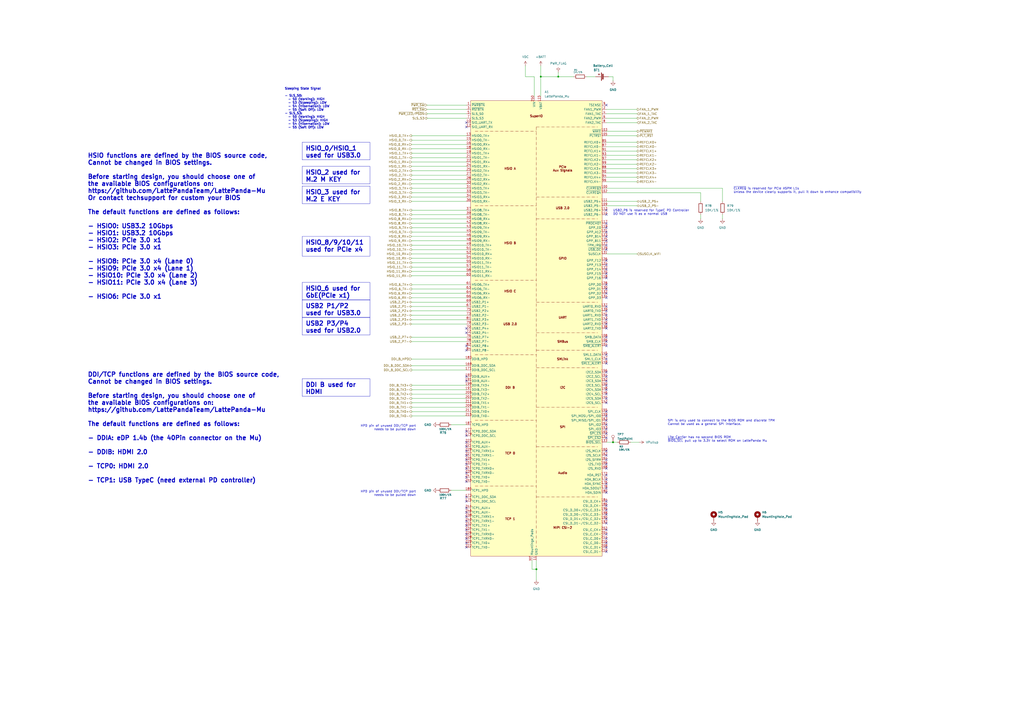
<source format=kicad_sch>
(kicad_sch (version 20231120) (generator "eeschema") (generator_version "8.0")
  (paper "A2")
  (title_block (title "NVR for LattePanda Mu") (date "2024-04-06") (rev "V1.0.0") (company "SpectreBoard") (comment 1 "20240406"))
  (lib_symbols
    (symbol "Connector:TestPoint" (pin_numbers hide) (pin_names (offset 0.762) hide)
      (property "Reference" "TP" (at 0 6.858 0))
      (property "Value" "TestPoint" (at 0 5.08 0))
      (symbol "TestPoint_0_1"
        (circle (center 0 3.302) (radius 0.762))
      )
      (symbol "TestPoint_1_1"
        (pin passive line (at 0 0 90) (length 2.54) (name "1") (number "1"))
      )
    )
    (symbol "Device:Battery_Cell" (pin_numbers hide) (pin_names (offset 0) hide)
      (property "Reference" "BT" (at 2.54 2.54 0))
      (property "Value" "Battery_Cell" (at 2.54 0 0))
      (symbol "Battery_Cell_0_1"
        (rectangle (start -2.286 1.778) (end 2.286 1.524) (fill (type outline)))
        (rectangle (start -1.524 1.016) (end 1.524 0.508) (fill (type outline)))
        (polyline (pts (xy 0 0.762) (xy 0 0)))
        (polyline (pts (xy 0 1.778) (xy 0 2.54)))
        (polyline (pts (xy 0.762 3.048) (xy 1.778 3.048)) (stroke (width 0.254)))
        (polyline (pts (xy 1.27 3.556) (xy 1.27 2.54)) (stroke (width 0.254)))
      )
      (symbol "Battery_Cell_1_1"
        (pin passive line (at 0 5.08 270) (length 2.54) (name "+") (number "1"))
        (pin passive line (at 0 -2.54 90) (length 2.54) (name "-") (number "2"))
      )
    )
    (symbol "Device:R" (pin_numbers hide) (pin_names (offset 0))
      (property "Reference" "R" (at 2.032 0 90))
      (property "Value" "R" (at 0 0 90))
      (symbol "R_0_1"
        (rectangle (start -1.016 -2.54) (end 1.016 2.54) (stroke (width 0.254)))
      )
      (symbol "R_1_1"
        (pin passive line (at 0 3.81 270) (length 1.27) (name "~") (number "1"))
        (pin passive line (at 0 -3.81 90) (length 1.27) (name "~") (number "2"))
      )
    )
    (symbol "MCU_Module_LattePanda:LattePanda_Mu"
      (property "Reference" "A" (at -38.1 133.35 0))
      (property "Value" "LattePanda_Mu" (at 38.1 133.35 0))
      (symbol "LattePanda_Mu_1_0"
        (pin passive line (at 0 -134.62 90) (length 2.54) hide (name "GND") (number "101"))
        (pin passive line (at 0 -134.62 90) (length 2.54) hide (name "GND") (number "107"))
        (pin passive line (at 0 -134.62 90) (length 2.54) hide (name "GND") (number "110"))
        (pin passive line (at 0 -134.62 90) (length 2.54) hide (name "GND") (number "113"))
        (pin passive line (at 0 -134.62 90) (length 2.54) hide (name "GND") (number "116"))
        (pin passive line (at 0 -134.62 90) (length 2.54) hide (name "GND") (number "135"))
        (pin passive line (at 0 -134.62 90) (length 2.54) hide (name "GND") (number "136"))
        (pin passive line (at 0 -134.62 90) (length 2.54) hide (name "GND") (number "14"))
        (pin passive line (at 0 -134.62 90) (length 2.54) hide (name "GND") (number "151"))
        (pin passive line (at 0 -134.62 90) (length 2.54) hide (name "GND") (number "158"))
        (pin passive line (at 0 -134.62 90) (length 2.54) hide (name "GND") (number "167"))
        (pin passive line (at 0 -134.62 90) (length 2.54) hide (name "GND") (number "17"))
        (pin passive line (at 0 -134.62 90) (length 2.54) hide (name "GND") (number "170"))
        (pin passive line (at 0 -134.62 90) (length 2.54) hide (name "GND") (number "181"))
        (pin passive line (at 0 -134.62 90) (length 2.54) hide (name "GND") (number "182"))
        (pin passive line (at 0 -134.62 90) (length 2.54) hide (name "GND") (number "188"))
        (pin passive line (at 0 -134.62 90) (length 2.54) hide (name "GND") (number "189"))
        (pin passive line (at 0 -134.62 90) (length 2.54) hide (name "GND") (number "194"))
        (pin passive line (at 0 -134.62 90) (length 2.54) hide (name "GND") (number "195"))
        (pin passive line (at 0 -134.62 90) (length 2.54) hide (name "GND") (number "20"))
        (pin passive line (at 0 -134.62 90) (length 2.54) hide (name "GND") (number "200"))
        (pin passive line (at 0 -134.62 90) (length 2.54) hide (name "GND") (number "201"))
        (pin passive line (at 0 -134.62 90) (length 2.54) hide (name "GND") (number "206"))
        (pin passive line (at 0 -134.62 90) (length 2.54) hide (name "GND") (number "207"))
        (pin passive line (at 0 -134.62 90) (length 2.54) hide (name "GND") (number "212"))
        (pin passive line (at 0 -134.62 90) (length 2.54) hide (name "GND") (number "213"))
        (pin passive line (at 0 -134.62 90) (length 2.54) hide (name "GND") (number "218"))
        (pin passive line (at 0 -134.62 90) (length 2.54) hide (name "GND") (number "219"))
        (pin passive line (at 0 -134.62 90) (length 2.54) hide (name "GND") (number "224"))
        (pin passive line (at 0 -134.62 90) (length 2.54) hide (name "GND") (number "225"))
        (pin passive line (at 0 -134.62 90) (length 2.54) hide (name "GND") (number "23"))
        (pin passive line (at 0 -134.62 90) (length 2.54) hide (name "GND") (number "230"))
        (pin passive line (at 0 -134.62 90) (length 2.54) hide (name "GND") (number "231"))
        (pin passive line (at 0 -134.62 90) (length 2.54) hide (name "GND") (number "236"))
        (pin passive line (at 0 -134.62 90) (length 2.54) hide (name "GND") (number "237"))
        (pin passive line (at 0 -134.62 90) (length 2.54) hide (name "GND") (number "242"))
        (pin passive line (at 0 -134.62 90) (length 2.54) hide (name "GND") (number "243"))
        (pin passive line (at 0 -134.62 90) (length 2.54) hide (name "GND") (number "248"))
        (pin passive line (at 0 -134.62 90) (length 2.54) hide (name "GND") (number "249"))
        (pin passive line (at 0 -134.62 90) (length 2.54) hide (name "GND") (number "26"))
        (pin passive line (at 0 -134.62 90) (length 2.54) hide (name "GND") (number "29"))
        (pin passive line (at 0 -134.62 90) (length 2.54) hide (name "GND") (number "32"))
        (pin passive line (at 0 -134.62 90) (length 2.54) hide (name "GND") (number "35"))
        (pin passive line (at 0 -134.62 90) (length 2.54) hide (name "GND") (number "38"))
        (pin passive line (at 0 -134.62 90) (length 2.54) hide (name "GND") (number "41"))
        (pin passive line (at 0 -134.62 90) (length 2.54) hide (name "GND") (number "44"))
        (pin passive line (at 0 -134.62 90) (length 2.54) hide (name "GND") (number "47"))
        (pin passive line (at 0 -134.62 90) (length 2.54) hide (name "GND") (number "50"))
        (pin passive line (at 0 -134.62 90) (length 2.54) hide (name "GND") (number "53"))
        (pin passive line (at 0 -134.62 90) (length 2.54) hide (name "GND") (number "56"))
        (pin passive line (at 0 -134.62 90) (length 2.54) hide (name "GND") (number "59"))
        (pin passive line (at 0 -134.62 90) (length 2.54) hide (name "GND") (number "62"))
        (pin passive line (at 0 -134.62 90) (length 2.54) hide (name "GND") (number "65"))
        (pin passive line (at 0 -134.62 90) (length 2.54) hide (name "GND") (number "68"))
        (pin passive line (at 0 -134.62 90) (length 2.54) hide (name "GND") (number "71"))
        (pin passive line (at 0 -134.62 90) (length 2.54) hide (name "GND") (number "74"))
        (pin passive line (at 0 -134.62 90) (length 2.54) hide (name "GND") (number "77"))
        (pin passive line (at 0 -134.62 90) (length 2.54) hide (name "GND") (number "80"))
        (pin passive line (at 0 -134.62 90) (length 2.54) hide (name "GND") (number "83"))
        (pin passive line (at 0 -134.62 90) (length 2.54) hide (name "GND") (number "86"))
        (pin passive line (at 0 -134.62 90) (length 2.54) hide (name "GND") (number "89"))
        (pin passive line (at 0 -134.62 90) (length 2.54) hide (name "GND") (number "92"))
        (pin passive line (at 0 -134.62 90) (length 2.54) hide (name "GND") (number "95"))
        (pin passive line (at 0 -134.62 90) (length 2.54) hide (name "GND") (number "98"))
      )
      (symbol "LattePanda_Mu_1_1"
        (rectangle (start -38.1 132.08) (end 38.1 -132.08) (fill (type background)))
        (polyline (pts (xy -35.56 -91.44) (xy 0 -91.44)) (stroke (width 0) (type dash_dot)))
        (polyline (pts (xy -35.56 -53.34) (xy 0 -53.34)) (stroke (width 0) (type dash_dot)))
        (polyline (pts (xy -35.56 -15.24) (xy 0 -15.24)) (stroke (width 0) (type dash_dot)))
        (polyline (pts (xy -35.56 27.94) (xy 0 27.94)) (stroke (width 0) (type dash_dot)))
        (polyline (pts (xy -35.56 71.12) (xy 0 71.12)) (stroke (width 0) (type dash_dot)))
        (polyline (pts (xy -35.56 114.3) (xy 0 114.3)) (stroke (width 0) (type dash_dot)))
        (polyline (pts (xy 0 -97.79) (xy 35.56 -97.79)) (stroke (width 0) (type dash_dot)))
        (polyline (pts (xy 0 -68.58) (xy 35.56 -68.58)) (stroke (width 0) (type dash_dot)))
        (polyline (pts (xy 0 -45.72) (xy 35.56 -45.72)) (stroke (width 0) (type dash_dot)))
        (polyline (pts (xy 0 -22.86) (xy 35.56 -22.86)) (stroke (width 0) (type dash_dot)))
        (polyline (pts (xy 0 -12.7) (xy 35.56 -12.7)) (stroke (width 0) (type dash_dot)))
        (polyline (pts (xy 0 -2.54) (xy 35.56 -2.54)) (stroke (width 0) (type dash_dot)))
        (polyline (pts (xy 0 15.24) (xy 35.56 15.24)) (stroke (width 0) (type dash_dot)))
        (polyline (pts (xy 0 63.5) (xy 35.56 63.5)) (stroke (width 0) (type dash_dot)))
        (polyline (pts (xy 0 76.2) (xy 35.56 76.2)) (stroke (width 0) (type dash_dot)))
        (polyline (pts (xy 0 116.84) (xy 0 -127)) (stroke (width 0) (type dash_dot)))
        (polyline (pts (xy 0 116.84) (xy 35.56 116.84)) (stroke (width 0) (type dash_dot)))
        (text "Audio" (at 15.24 -83.82 0) (effects (font (size 1.27 1.27) (bold yes))))
        (text "DDI B" (at -15.24 -34.29 0) (effects (font (size 1.27 1.27) (bold yes))))
        (text "GPIO" (at 15.24 40.64 0) (effects (font (size 1.27 1.27) (bold yes))))
        (text "HSIO A" (at -15.24 92.71 0) (effects (font (size 1.27 1.27) (bold yes))))
        (text "HSIO B" (at -15.24 49.53 0) (effects (font (size 1.27 1.27) (bold yes))))
        (text "HSIO C" (at -15.24 21.59 0) (effects (font (size 1.27 1.27) (bold yes))))
        (text "I2C" (at 15.24 -34.29 0) (effects (font (size 1.27 1.27) (bold yes))))
        (text "MIPI CSI-2" (at 15.24 -115.57 0) (effects (font (size 1.27 1.27) (bold yes))))
        (text "PCIe\nAux Signals" (at 15.24 92.71 0) (effects (font (size 1.27 1.27) (bold yes))))
        (text "SMBus" (at 15.24 -7.62 0) (effects (font (size 1.27 1.27) (bold yes))))
        (text "SMLink" (at 15.24 -17.78 0) (effects (font (size 1.27 1.27) (bold yes))))
        (text "SPI" (at 15.24 -57.15 0) (effects (font (size 1.27 1.27) (bold yes))))
        (text "SuperIO" (at 0 123.19 0) (effects (font (size 1.27 1.27) (bold yes))))
        (text "TCP 0" (at -15.24 -72.39 0) (effects (font (size 1.27 1.27) (bold yes))))
        (text "TCP 1" (at -15.24 -110.49 0) (effects (font (size 1.27 1.27) (bold yes))))
        (text "UART" (at 15.24 6.35 0) (effects (font (size 1.27 1.27) (bold yes))))
        (text "USB 2.0" (at -15.24 2.54 0) (effects (font (size 1.27 1.27) (bold yes))))
        (text "USB 2.0" (at 15.24 69.85 0) (effects (font (size 1.27 1.27) (bold yes))))
        (pin input line (at -40.64 129.54 0) (length 2.54) (name "~{PWRBTN}") (number "1"))
        (pin output line (at -40.64 119.38 0) (length 2.54) (name "SIO_UART_TX") (number "10"))
        (pin bidirectional line (at 40.64 81.28 180) (length 2.54) (name "~{CLKREQ3}") (number "100"))
        (pin bidirectional line (at 40.64 78.74 180) (length 2.54) (name "~{CLKREQ4}") (number "102"))
        (pin input line (at 40.64 114.3 180) (length 2.54) (name "~{WAKE}") (number "103"))
        (pin input line (at 40.64 -10.16 180) (length 2.54) (name "~{SMB_ALERT}") (number "104"))
        (pin output line (at 40.64 111.76 180) (length 2.54) (name "~{PLTRST}") (number "105"))
        (pin output line (at 40.64 -7.62 180) (length 2.54) (name "SMB_CLK") (number "106"))
        (pin bidirectional line (at 40.64 -5.08 180) (length 2.54) (name "SMB_DATA") (number "108"))
        (pin bidirectional line (at 40.64 71.12 180) (length 2.54) (name "USB2_P5-") (number "109"))
        (pin power_in line (at 0 -134.62 90) (length 2.54) (name "GND") (number "11"))
        (pin bidirectional line (at 40.64 73.66 180) (length 2.54) (name "USB2_P5+") (number "111"))
        (pin bidirectional line (at 40.64 68.58 180) (length 2.54) (name "USB2_P6+") (number "112"))
        (pin bidirectional line (at 40.64 66.04 180) (length 2.54) (name "USB2_P6-") (number "114"))
        (pin power_in line (at 2.54 134.62 270) (length 2.54) (name "VBAT") (number "115"))
        (pin bidirectional line (at 40.64 60.96 180) (length 2.54) (name "~{PROCHOT}") (number "117"))
        (pin bidirectional line (at 40.64 29.21 180) (length 2.54) (name "GPP_F16") (number "118"))
        (pin bidirectional line (at 40.64 58.42 180) (length 2.54) (name "GPP_E0") (number "119"))
        (pin input line (at -40.64 116.84 0) (length 2.54) (name "SIO_UART_RX") (number "12"))
        (pin bidirectional line (at 40.64 31.75 180) (length 2.54) (name "GPP_F15") (number "120"))
        (pin bidirectional line (at 40.64 55.88 180) (length 2.54) (name "GPP_A12") (number "121"))
        (pin bidirectional line (at 40.64 34.29 180) (length 2.54) (name "GPP_F14") (number "122"))
        (pin bidirectional line (at 40.64 53.34 180) (length 2.54) (name "GPP_B14") (number "123"))
        (pin bidirectional line (at 40.64 36.83 180) (length 2.54) (name "GPP_F13") (number "124"))
        (pin bidirectional line (at 40.64 50.8 180) (length 2.54) (name "GPP_B11") (number "125"))
        (pin bidirectional line (at 40.64 39.37 180) (length 2.54) (name "GPP_F12") (number "126"))
        (pin input line (at 40.64 48.26 180) (length 2.54) (name "TPM_IRQ") (number "127"))
        (pin bidirectional line (at 40.64 25.4 180) (length 2.54) (name "GPP_D0") (number "128"))
        (pin input line (at 40.64 45.72 180) (length 2.54) (name "~{USB_OC}") (number "129"))
        (pin output line (at -40.64 111.76 0) (length 2.54) (name "HSIO0_TX+") (number "13"))
        (pin bidirectional line (at 40.64 22.86 180) (length 2.54) (name "GPP_D1") (number "130"))
        (pin output line (at 40.64 43.18 180) (length 2.54) (name "SUSCLK") (number "131"))
        (pin bidirectional line (at 40.64 20.32 180) (length 2.54) (name "GPP_D2") (number "132"))
        (pin input line (at 40.64 -66.04 180) (length 2.54) (name "~{BIOS_SEL}") (number "133"))
        (pin bidirectional line (at 40.64 17.78 180) (length 2.54) (name "GPP_D3") (number "134"))
        (pin input line (at 40.64 12.7 180) (length 2.54) (name "UART0_RXD") (number "137"))
        (pin output line (at 40.64 0 180) (length 2.54) (name "UART2_TXD") (number "138"))
        (pin output line (at 40.64 10.16 180) (length 2.54) (name "UART0_TXD") (number "139"))
        (pin input line (at 40.64 2.54 180) (length 2.54) (name "UART2_RXD") (number "140"))
        (pin input line (at 40.64 7.62 180) (length 2.54) (name "UART1_RXD") (number "141"))
        (pin output line (at 40.64 -43.18 180) (length 2.54) (name "I2C5_SCL") (number "142"))
        (pin output line (at 40.64 5.08 180) (length 2.54) (name "UART1_TXD") (number "143"))
        (pin bidirectional line (at 40.64 -40.64 180) (length 2.54) (name "I2C5_SDA") (number "144"))
        (pin bidirectional line (at 40.64 -15.24 180) (length 2.54) (name "SML1_DATA") (number "145"))
        (pin output line (at 40.64 -38.1 180) (length 2.54) (name "I2C4_SCL") (number "146"))
        (pin output line (at 40.64 -17.78 180) (length 2.54) (name "SML1_CLK") (number "147"))
        (pin bidirectional line (at 40.64 -35.56 180) (length 2.54) (name "I2C4_SDA") (number "148"))
        (pin input line (at 40.64 -20.32 180) (length 2.54) (name "~{SML1_ALERT}") (number "149"))
        (pin output line (at -40.64 109.22 0) (length 2.54) (name "HSIO0_TX-") (number "15"))
        (pin output line (at 40.64 -33.02 180) (length 2.54) (name "I2C3_SCL") (number "150"))
        (pin bidirectional line (at 40.64 -30.48 180) (length 2.54) (name "I2C3_SDA") (number "152"))
        (pin bidirectional line (at 40.64 -58.42 180) (length 2.54) (name "SPI_IO3") (number "153"))
        (pin output line (at 40.64 -27.94 180) (length 2.54) (name "I2C2_SCL") (number "154"))
        (pin output line (at 40.64 -48.26 180) (length 2.54) (name "SPI_CLK") (number "155"))
        (pin bidirectional line (at 40.64 -25.4 180) (length 2.54) (name "I2C2_SDA") (number "156"))
        (pin output line (at 40.64 -63.5 180) (length 2.54) (name "~{SPI_CS2}") (number "157"))
        (pin bidirectional line (at 40.64 -50.8 180) (length 2.54) (name "SPI_MOSI/SPI_IO0") (number "159"))
        (pin input line (at -40.64 106.68 0) (length 2.54) (name "HSIO0_RX+") (number "16"))
        (pin output line (at 40.64 -71.12 180) (length 2.54) (name "I2S_MCLK") (number "160"))
        (pin bidirectional line (at 40.64 -55.88 180) (length 2.54) (name "SPI_IO2") (number "161"))
        (pin output line (at 40.64 -73.66 180) (length 2.54) (name "I2S_SCLK") (number "162"))
        (pin bidirectional line (at 40.64 -53.34 180) (length 2.54) (name "SPI_MISO/SPI_IO1") (number "163"))
        (pin output line (at 40.64 -76.2 180) (length 2.54) (name "I2S_SFRM") (number "164"))
        (pin bidirectional line (at 40.64 -60.96 180) (length 2.54) (name "~{SPI_CS}") (number "165"))
        (pin output line (at 40.64 -78.74 180) (length 2.54) (name "I2S_TXD") (number "166"))
        (pin input line (at 40.64 -81.28 180) (length 2.54) (name "I2S_RXD") (number "168"))
        (pin bidirectional line (at -40.64 -21.59 0) (length 2.54) (name "DDIB_DDC_SDA") (number "169"))
        (pin bidirectional line (at -40.64 -24.13 0) (length 2.54) (name "DDIB_DDC_SCL") (number "171"))
        (pin output line (at 40.64 -85.09 180) (length 2.54) (name "HDA_RST") (number "172"))
        (pin bidirectional line (at -40.64 -97.79 0) (length 2.54) (name "TCP1_DDC_SDA") (number "173"))
        (pin output line (at 40.64 -87.63 180) (length 2.54) (name "HDA_BCLK") (number "174"))
        (pin bidirectional line (at -40.64 -100.33 0) (length 2.54) (name "TCP1_DDC_SCL") (number "175"))
        (pin output line (at 40.64 -90.17 180) (length 2.54) (name "HDA_SYNC") (number "176"))
        (pin bidirectional line (at -40.64 -59.69 0) (length 2.54) (name "TCP0_DDC_SDA") (number "177"))
        (pin output line (at 40.64 -92.71 180) (length 2.54) (name "HDA_SDOUT") (number "178"))
        (pin bidirectional line (at -40.64 -62.23 0) (length 2.54) (name "TCP0_DDC_SCL") (number "179"))
        (pin input line (at -40.64 104.14 0) (length 2.54) (name "HSIO0_RX-") (number "18"))
        (pin input line (at 40.64 -95.25 180) (length 2.54) (name "HDA_SDIN") (number "180"))
        (pin input line (at -40.64 -17.78 0) (length 2.54) (name "DDIB_HPD") (number "183"))
        (pin input line (at 40.64 -100.33 180) (length 2.54) (name "CSI_D_CK+") (number "184"))
        (pin input line (at -40.64 -93.98 0) (length 2.54) (name "TCP1_HPD") (number "185"))
        (pin input line (at 40.64 -102.87 180) (length 2.54) (name "CSI_D_CK-") (number "186"))
        (pin input line (at -40.64 -55.88 0) (length 2.54) (name "TCP0_HPD") (number "187"))
        (pin output line (at -40.64 101.6 0) (length 2.54) (name "HSIO1_TX+") (number "19"))
        (pin input line (at 40.64 -110.49 180) (length 2.54) (name "CSI_D_D1+/CSI_C_D2+") (number "190"))
        (pin bidirectional line (at -40.64 -30.48 0) (length 2.54) (name "DDIB_AUX-") (number "191"))
        (pin input line (at 40.64 -113.03 180) (length 2.54) (name "CSI_D_D1-/CSI_C_D2-") (number "192"))
        (pin bidirectional line (at -40.64 -27.94 0) (length 2.54) (name "DDIB_AUX+") (number "193"))
        (pin input line (at 40.64 -105.41 180) (length 2.54) (name "CSI_D_D0+/CSI_C_D3+") (number "196"))
        (pin output line (at -40.64 -35.56 0) (length 2.54) (name "DDIB_TX3-") (number "197"))
        (pin input line (at 40.64 -107.95 180) (length 2.54) (name "CSI_D_D0-/CSI_C_D3-") (number "198"))
        (pin output line (at -40.64 -33.02 0) (length 2.54) (name "DDIB_TX3+") (number "199"))
        (pin output line (at 40.64 127 180) (length 2.54) (name "FAN1_PWM") (number "2"))
        (pin input line (at 40.64 -116.84 180) (length 2.54) (name "CSI_C_CK+") (number "202"))
        (pin output line (at -40.64 -40.64 0) (length 2.54) (name "DDIB_TX2-") (number "203"))
        (pin input line (at 40.64 -119.38 180) (length 2.54) (name "CSI_C_CK-") (number "204"))
        (pin output line (at -40.64 -38.1 0) (length 2.54) (name "DDIB_TX2+") (number "205"))
        (pin input line (at 40.64 -127 180) (length 2.54) (name "CSI_C_D1+") (number "208"))
        (pin output line (at -40.64 -45.72 0) (length 2.54) (name "DDIB_TX1-") (number "209"))
        (pin output line (at -40.64 99.06 0) (length 2.54) (name "HSIO1_TX-") (number "21"))
        (pin input line (at 40.64 -129.54 180) (length 2.54) (name "CSI_C_D1-") (number "210"))
        (pin output line (at -40.64 -43.18 0) (length 2.54) (name "DDIB_TX1+") (number "211"))
        (pin input line (at 40.64 -121.92 180) (length 2.54) (name "CSI_C_D0+") (number "214"))
        (pin output line (at -40.64 -50.8 0) (length 2.54) (name "DDIB_TX0-") (number "215"))
        (pin input line (at 40.64 -124.46 180) (length 2.54) (name "CSI_C_D0-") (number "216"))
        (pin output line (at -40.64 -48.26 0) (length 2.54) (name "DDIB_TX0+") (number "217"))
        (pin input line (at -40.64 96.52 0) (length 2.54) (name "HSIO1_RX+") (number "22"))
        (pin output line (at -40.64 -124.46 0) (length 2.54) (name "TCP1_TX0+") (number "220"))
        (pin bidirectional line (at -40.64 -68.58 0) (length 2.54) (name "TCP0_AUX-") (number "221"))
        (pin output line (at -40.64 -127 0) (length 2.54) (name "TCP1_TX0-") (number "222"))
        (pin bidirectional line (at -40.64 -66.04 0) (length 2.54) (name "TCP0_AUX+") (number "223"))
        (pin bidirectional line (at -40.64 -119.38 0) (length 2.54) (name "TCP1_TXRX0+") (number "226"))
        (pin bidirectional line (at -40.64 -73.66 0) (length 2.54) (name "TCP0_TXRX1-") (number "227"))
        (pin bidirectional line (at -40.64 -121.92 0) (length 2.54) (name "TCP1_TXRX0-") (number "228"))
        (pin bidirectional line (at -40.64 -71.12 0) (length 2.54) (name "TCP0_TXRX1+") (number "229"))
        (pin output line (at -40.64 -114.3 0) (length 2.54) (name "TCP1_TX1+") (number "232"))
        (pin output line (at -40.64 -78.74 0) (length 2.54) (name "TCP0_TX1-") (number "233"))
        (pin output line (at -40.64 -116.84 0) (length 2.54) (name "TCP1_TX1-") (number "234"))
        (pin output line (at -40.64 -76.2 0) (length 2.54) (name "TCP0_TX1+") (number "235"))
        (pin bidirectional line (at -40.64 -109.22 0) (length 2.54) (name "TCP1_TXRX1+") (number "238"))
        (pin bidirectional line (at -40.64 -83.82 0) (length 2.54) (name "TCP0_TXRX0-") (number "239"))
        (pin input line (at -40.64 93.98 0) (length 2.54) (name "HSIO1_RX-") (number "24"))
        (pin bidirectional line (at -40.64 -111.76 0) (length 2.54) (name "TCP1_TXRX1-") (number "240"))
        (pin bidirectional line (at -40.64 -81.28 0) (length 2.54) (name "TCP0_TXRX0+") (number "241"))
        (pin bidirectional line (at -40.64 -104.14 0) (length 2.54) (name "TCP1_AUX+") (number "244"))
        (pin output line (at -40.64 -88.9 0) (length 2.54) (name "TCP0_TX0-") (number "245"))
        (pin bidirectional line (at -40.64 -106.68 0) (length 2.54) (name "TCP1_AUX-") (number "246"))
        (pin output line (at -40.64 -86.36 0) (length 2.54) (name "TCP0_TX0+") (number "247"))
        (pin output line (at -40.64 91.44 0) (length 2.54) (name "HSIO2_TX+") (number "25"))
        (pin power_in line (at -1.27 134.62 270) (length 2.54) (name "VIN") (number "250"))
        (pin passive line (at -1.27 134.62 270) (length 2.54) hide (name "VIN") (number "251"))
        (pin passive line (at -1.27 134.62 270) (length 2.54) hide (name "VIN") (number "252"))
        (pin passive line (at -1.27 134.62 270) (length 2.54) hide (name "VIN") (number "253"))
        (pin passive line (at -1.27 134.62 270) (length 2.54) hide (name "VIN") (number "254"))
        (pin passive line (at -1.27 134.62 270) (length 2.54) hide (name "VIN") (number "255"))
        (pin passive line (at -1.27 134.62 270) (length 2.54) hide (name "VIN") (number "256"))
        (pin passive line (at -1.27 134.62 270) (length 2.54) hide (name "VIN") (number "257"))
        (pin passive line (at -1.27 134.62 270) (length 2.54) hide (name "VIN") (number "258"))
        (pin passive line (at -1.27 134.62 270) (length 2.54) hide (name "VIN") (number "259"))
        (pin passive line (at -1.27 134.62 270) (length 2.54) hide (name "VIN") (number "260"))
        (pin output line (at -40.64 88.9 0) (length 2.54) (name "HSIO2_TX-") (number "27"))
        (pin input line (at -40.64 86.36 0) (length 2.54) (name "HSIO2_RX+") (number "28"))
        (pin input line (at -40.64 127 0) (length 2.54) (name "~{RSTBTN}") (number "3"))
        (pin input line (at -40.64 83.82 0) (length 2.54) (name "HSIO2_RX-") (number "30"))
        (pin output line (at -40.64 81.28 0) (length 2.54) (name "HSIO3_TX+") (number "31"))
        (pin output line (at -40.64 78.74 0) (length 2.54) (name "HSIO3_TX-") (number "33"))
        (pin input line (at -40.64 76.2 0) (length 2.54) (name "HSIO3_RX+") (number "34"))
        (pin input line (at -40.64 73.66 0) (length 2.54) (name "HSIO3_RX-") (number "36"))
        (pin output line (at -40.64 68.58 0) (length 2.54) (name "HSIO8_TX+") (number "37"))
        (pin output line (at -40.64 66.04 0) (length 2.54) (name "HSIO8_TX-") (number "39"))
        (pin input line (at 40.64 124.46 180) (length 2.54) (name "FAN1_TAC") (number "4"))
        (pin input line (at -40.64 63.5 0) (length 2.54) (name "HSIO8_RX+") (number "40"))
        (pin input line (at -40.64 60.96 0) (length 2.54) (name "HSIO8_RX-") (number "42"))
        (pin output line (at -40.64 58.42 0) (length 2.54) (name "HSIO9_TX+") (number "43"))
        (pin output line (at -40.64 55.88 0) (length 2.54) (name "HSIO9_TX-") (number "45"))
        (pin input line (at -40.64 53.34 0) (length 2.54) (name "HSIO9_RX+") (number "46"))
        (pin input line (at -40.64 50.8 0) (length 2.54) (name "HSIO9_RX-") (number "48"))
        (pin output line (at -40.64 48.26 0) (length 2.54) (name "HSIO10_TX+") (number "49"))
        (pin output line (at -40.64 124.46 0) (length 2.54) (name "SLS_S0") (number "5"))
        (pin output line (at -40.64 45.72 0) (length 2.54) (name "HSIO10_TX-") (number "51"))
        (pin input line (at -40.64 43.18 0) (length 2.54) (name "HSIO10_RX+") (number "52"))
        (pin input line (at -40.64 40.64 0) (length 2.54) (name "HSIO10_RX-") (number "54"))
        (pin output line (at -40.64 38.1 0) (length 2.54) (name "HSIO11_TX+") (number "55"))
        (pin output line (at -40.64 35.56 0) (length 2.54) (name "HSIO11_TX-") (number "57"))
        (pin input line (at -40.64 33.02 0) (length 2.54) (name "HSIO11_RX+") (number "58"))
        (pin output line (at 40.64 121.92 180) (length 2.54) (name "FAN2_PWM") (number "6"))
        (pin input line (at -40.64 30.48 0) (length 2.54) (name "HSIO11_RX-") (number "60"))
        (pin output line (at -40.64 25.4 0) (length 2.54) (name "HSIO6_TX+") (number "61"))
        (pin output line (at -40.64 22.86 0) (length 2.54) (name "HSIO6_TX-") (number "63"))
        (pin input line (at -40.64 20.32 0) (length 2.54) (name "HSIO6_RX+") (number "64"))
        (pin input line (at -40.64 17.78 0) (length 2.54) (name "HSIO6_RX-") (number "66"))
        (pin bidirectional line (at -40.64 12.7 0) (length 2.54) (name "USB2_P1-") (number "67"))
        (pin bidirectional line (at -40.64 15.24 0) (length 2.54) (name "USB2_P1+") (number "69"))
        (pin output line (at -40.64 121.92 0) (length 2.54) (name "SLS_S3") (number "7"))
        (pin bidirectional line (at -40.64 0 0) (length 2.54) (name "USB2_P4+") (number "70"))
        (pin bidirectional line (at -40.64 -2.54 0) (length 2.54) (name "USB2_P4-") (number "72"))
        (pin bidirectional line (at -40.64 7.62 0) (length 2.54) (name "USB2_P2-") (number "73"))
        (pin bidirectional line (at -40.64 10.16 0) (length 2.54) (name "USB2_P2+") (number "75"))
        (pin bidirectional line (at -40.64 -5.08 0) (length 2.54) (name "USB2_P7+") (number "76"))
        (pin bidirectional line (at -40.64 -7.62 0) (length 2.54) (name "USB2_P7-") (number "78"))
        (pin bidirectional line (at -40.64 2.54 0) (length 2.54) (name "USB2_P3-") (number "79"))
        (pin input line (at 40.64 119.38 180) (length 2.54) (name "FAN2_TAC") (number "8"))
        (pin bidirectional line (at -40.64 5.08 0) (length 2.54) (name "USB2_P3+") (number "81"))
        (pin bidirectional line (at -40.64 -10.16 0) (length 2.54) (name "USB2_P8+") (number "82"))
        (pin bidirectional line (at -40.64 -12.7 0) (length 2.54) (name "USB2_P8-") (number "84"))
        (pin output line (at 40.64 107.95 180) (length 2.54) (name "REFCLK0+") (number "85"))
        (pin output line (at 40.64 105.41 180) (length 2.54) (name "REFCLK0-") (number "87"))
        (pin output line (at 40.64 92.71 180) (length 2.54) (name "REFCLK3+") (number "88"))
        (pin input line (at 40.64 129.54 180) (length 2.54) (name "TSENSE") (number "9"))
        (pin output line (at 40.64 90.17 180) (length 2.54) (name "REFCLK3-") (number "90"))
        (pin output line (at 40.64 102.87 180) (length 2.54) (name "REFCLK1+") (number "91"))
        (pin output line (at 40.64 100.33 180) (length 2.54) (name "REFCLK1-") (number "93"))
        (pin output line (at 40.64 87.63 180) (length 2.54) (name "REFCLK4+") (number "94"))
        (pin output line (at 40.64 85.09 180) (length 2.54) (name "REFCLK4-") (number "96"))
        (pin output line (at 40.64 97.79 180) (length 2.54) (name "REFCLK2+") (number "97"))
        (pin output line (at 40.64 95.25 180) (length 2.54) (name "REFCLK2-") (number "99"))
        (pin passive line (at -2.54 -134.62 90) (length 2.54) (name "Mountinge_Pads") (number "MP"))
      )
    )
    (symbol "Mechanical:MountingHole_Pad" (pin_numbers hide) (pin_names (offset 1.016) hide) (exclude_from_sim yes) (in_bom no)
      (property "Reference" "H" (at 0 6.35 0))
      (property "Value" "MountingHole_Pad" (at 0 4.445 0))
      (symbol "MountingHole_Pad_0_1"
        (circle (center 0 1.27) (radius 1.27) (stroke (width 1.27)))
      )
      (symbol "MountingHole_Pad_1_1"
        (pin input line (at 0 -2.54 90) (length 2.54) (name "1") (number "1"))
      )
    )
    (symbol "power:+3V3" (power) (pin_numbers hide) (pin_names (offset 0) hide)
      (property "Value" "+3V3" (at 0 3.556 0))
      (symbol "+3V3_0_1"
        (polyline (pts (xy -0.762 1.27) (xy 0 2.54)))
        (polyline (pts (xy 0 0) (xy 0 2.54)))
        (polyline (pts (xy 0 2.54) (xy 0.762 1.27)))
      )
      (symbol "+3V3_1_1"
        (pin power_in line (at 0 0 90) (length 0) (name "~") (number "1"))
      )
    )
    (symbol "power:+BATT" (power) (pin_numbers hide) (pin_names (offset 0) hide)
      (property "Value" "+BATT" (at 0 3.556 0))
      (symbol "+BATT_0_1"
        (polyline (pts (xy -0.762 1.27) (xy 0 2.54)))
        (polyline (pts (xy 0 0) (xy 0 2.54)))
        (polyline (pts (xy 0 2.54) (xy 0.762 1.27)))
      )
      (symbol "+BATT_1_1"
        (pin power_in line (at 0 0 90) (length 0) (name "~") (number "1"))
      )
    )
    (symbol "power:GND" (power) (pin_numbers hide) (pin_names (offset 0) hide)
      (property "Value" "GND" (at 0 -3.81 0))
      (symbol "GND_0_1"
        (polyline (pts (xy 0 0) (xy 0 -1.27) (xy 1.27 -1.27) (xy 0 -2.54) (xy -1.27 -1.27) (xy 0 -1.27)))
      )
      (symbol "GND_1_1"
        (pin power_in line (at 0 0 270) (length 0) (name "~") (number "1"))
      )
    )
    (symbol "power:PWR_FLAG" (power) (pin_numbers hide) (pin_names (offset 0) hide)
      (property "Value" "PWR_FLAG" (at 0 3.81 0))
      (symbol "PWR_FLAG_0_0"
        (pin power_out line (at 0 0 90) (length 0) (name "~") (number "1"))
      )
      (symbol "PWR_FLAG_0_1"
        (polyline (pts (xy 0 0) (xy 0 1.27) (xy -1.016 1.905) (xy 0 2.54) (xy 1.016 1.905) (xy 0 1.27)))
      )
    )
    (symbol "power:VDC" (power) (pin_numbers hide) (pin_names (offset 0) hide)
      (property "Value" "VDC" (at 0 3.556 0))
      (symbol "VDC_0_1"
        (polyline (pts (xy -0.762 1.27) (xy 0 2.54)))
        (polyline (pts (xy 0 0) (xy 0 2.54)))
        (polyline (pts (xy 0 2.54) (xy 0.762 1.27)))
      )
      (symbol "VDC_1_1"
        (pin power_in line (at 0 0 90) (length 0) (name "~") (number "1"))
      )
    )
  )
  (junction (at 355.6 256.54))
  (junction (at 323.85 44.45))
  (junction (at 311.15 330.2))
  (junction (at 313.69 44.45))
  (no_connect (at 270.51 307.34))
  (no_connect (at 351.79 278.13))
  (no_connect (at 351.79 293.37))
  (no_connect (at 351.79 275.59))
  (no_connect (at 351.79 129.54))
  (no_connect (at 351.79 132.08))
  (no_connect (at 351.79 208.28))
  (no_connect (at 270.51 220.98))
  (no_connect (at 351.79 161.29))
  (no_connect (at 351.79 285.75))
  (no_connect (at 270.51 252.73))
  (no_connect (at 351.79 243.84))
  (no_connect (at 270.51 309.88))
  (no_connect (at 351.79 226.06))
  (no_connect (at 270.51 274.32))
  (no_connect (at 351.79 134.62))
  (no_connect (at 351.79 198.12))
  (no_connect (at 351.79 167.64))
  (no_connect (at 270.51 250.19))
  (no_connect (at 351.79 264.16))
  (no_connect (at 270.51 190.5))
  (no_connect (at 351.79 298.45))
  (no_connect (at 270.51 304.8))
  (no_connect (at 351.79 172.72))
  (no_connect (at 351.79 153.67))
  (no_connect (at 351.79 170.18))
  (no_connect (at 351.79 151.13))
  (no_connect (at 270.51 314.96))
  (no_connect (at 351.79 205.74))
  (no_connect (at 270.51 73.66))
  (no_connect (at 351.79 165.1))
  (no_connect (at 351.79 312.42))
  (no_connect (at 270.51 269.24))
  (no_connect (at 351.79 251.46))
  (no_connect (at 270.51 297.18))
  (no_connect (at 351.79 187.96))
  (no_connect (at 270.51 200.66))
  (no_connect (at 351.79 269.24))
  (no_connect (at 270.51 203.2))
  (no_connect (at 270.51 261.62))
  (no_connect (at 351.79 190.5))
  (no_connect (at 351.79 271.78))
  (no_connect (at 270.51 294.64))
  (no_connect (at 351.79 290.83))
  (no_connect (at 270.51 312.42))
  (no_connect (at 351.79 300.99))
  (no_connect (at 351.79 246.38))
  (no_connect (at 351.79 231.14))
  (no_connect (at 351.79 218.44))
  (no_connect (at 270.51 259.08))
  (no_connect (at 270.51 288.29))
  (no_connect (at 351.79 266.7))
  (no_connect (at 351.79 283.21))
  (no_connect (at 351.79 223.52))
  (no_connect (at 351.79 238.76))
  (no_connect (at 351.79 124.46))
  (no_connect (at 270.51 299.72))
  (no_connect (at 351.79 254))
  (no_connect (at 351.79 248.92))
  (no_connect (at 351.79 200.66))
  (no_connect (at 351.79 280.67))
  (no_connect (at 351.79 177.8))
  (no_connect (at 351.79 295.91))
  (no_connect (at 351.79 144.78))
  (no_connect (at 351.79 185.42))
  (no_connect (at 351.79 215.9))
  (no_connect (at 270.51 302.26))
  (no_connect (at 351.79 139.7))
  (no_connect (at 351.79 309.88))
  (no_connect (at 270.51 279.4))
  (no_connect (at 351.79 156.21))
  (no_connect (at 351.79 320.04))
  (no_connect (at 351.79 261.62))
  (no_connect (at 351.79 303.53))
  (no_connect (at 270.51 276.86))
  (no_connect (at 351.79 220.98))
  (no_connect (at 351.79 180.34))
  (no_connect (at 270.51 218.44))
  (no_connect (at 351.79 121.92))
  (no_connect (at 351.79 142.24))
  (no_connect (at 351.79 241.3))
  (no_connect (at 351.79 60.96))
  (no_connect (at 351.79 195.58))
  (no_connect (at 351.79 307.34))
  (no_connect (at 270.51 71.12))
  (no_connect (at 351.79 182.88))
  (no_connect (at 270.51 256.54))
  (no_connect (at 270.51 193.04))
  (no_connect (at 351.79 314.96))
  (no_connect (at 351.79 210.82))
  (no_connect (at 270.51 317.5))
  (no_connect (at 351.79 137.16))
  (no_connect (at 270.51 266.7))
  (no_connect (at 270.51 264.16))
  (no_connect (at 270.51 271.78))
  (no_connect (at 351.79 233.68))
  (no_connect (at 270.51 290.83))
  (no_connect (at 351.79 317.5))
  (no_connect (at 351.79 158.75))
  (no_connect (at 351.79 228.6))
  (wire (pts (xy 351.79 105.41) (xy 369.57 105.41)))
  (wire (pts (xy 238.76 114.3) (xy 270.51 114.3)))
  (wire (pts (xy 351.79 71.12) (xy 369.57 71.12)))
  (wire (pts (xy 238.76 172.72) (xy 270.51 172.72)))
  (wire (pts (xy 351.79 68.58) (xy 369.57 68.58)))
  (wire (pts (xy 238.76 214.63) (xy 270.51 214.63)))
  (wire (pts (xy 406.4 111.76) (xy 406.4 116.84)))
  (wire (pts (xy 353.06 44.45) (xy 355.6 44.45)))
  (wire (pts (xy 304.8 44.45) (xy 309.88 44.45)))
  (wire (pts (xy 355.6 256.54) (xy 358.14 256.54)))
  (wire (pts (xy 351.79 111.76) (xy 406.4 111.76)))
  (wire (pts (xy 238.76 116.84) (xy 270.51 116.84)))
  (wire (pts (xy 261.62 246.38) (xy 270.51 246.38)))
  (wire (pts (xy 351.79 82.55) (xy 369.57 82.55)))
  (wire (pts (xy 238.76 137.16) (xy 270.51 137.16)))
  (wire (pts (xy 351.79 87.63) (xy 369.57 87.63)))
  (wire (pts (xy 247.65 63.5) (xy 270.51 63.5)))
  (wire (pts (xy 351.79 92.71) (xy 369.57 92.71)))
  (wire (pts (xy 238.76 228.6) (xy 270.51 228.6)))
  (wire (pts (xy 238.76 165.1) (xy 270.51 165.1)))
  (wire (pts (xy 308.61 325.12) (xy 308.61 330.2)))
  (wire (pts (xy 351.79 97.79) (xy 369.57 97.79)))
  (wire (pts (xy 351.79 102.87) (xy 369.57 102.87)))
  (wire (pts (xy 311.15 325.12) (xy 311.15 330.2)))
  (wire (pts (xy 419.1 109.22) (xy 419.1 116.84)))
  (wire (pts (xy 351.79 256.54) (xy 355.6 256.54)))
  (wire (pts (xy 238.76 127) (xy 270.51 127)))
  (wire (pts (xy 351.79 100.33) (xy 369.57 100.33)))
  (wire (pts (xy 238.76 157.48) (xy 270.51 157.48)))
  (wire (pts (xy 351.79 90.17) (xy 369.57 90.17)))
  (wire (pts (xy 313.69 38.1) (xy 313.69 44.45)))
  (wire (pts (xy 238.76 96.52) (xy 270.51 96.52)))
  (wire (pts (xy 351.79 66.04) (xy 369.57 66.04)))
  (wire (pts (xy 238.76 86.36) (xy 270.51 86.36)))
  (wire (pts (xy 365.76 256.54) (xy 370.84 256.54)))
  (wire (pts (xy 238.76 139.7) (xy 270.51 139.7)))
  (wire (pts (xy 238.76 223.52) (xy 270.51 223.52)))
  (wire (pts (xy 309.88 44.45) (xy 309.88 55.88)))
  (wire (pts (xy 238.76 99.06) (xy 270.51 99.06)))
  (wire (pts (xy 238.76 88.9) (xy 270.51 88.9)))
  (wire (pts (xy 238.76 167.64) (xy 270.51 167.64)))
  (wire (pts (xy 238.76 142.24) (xy 270.51 142.24)))
  (wire (pts (xy 238.76 233.68) (xy 270.51 233.68)))
  (wire (pts (xy 238.76 231.14) (xy 270.51 231.14)))
  (wire (pts (xy 238.76 81.28) (xy 270.51 81.28)))
  (wire (pts (xy 313.69 44.45) (xy 313.69 55.88)))
  (wire (pts (xy 351.79 116.84) (xy 369.57 116.84)))
  (wire (pts (xy 238.76 147.32) (xy 270.51 147.32)))
  (wire (pts (xy 238.76 226.06) (xy 270.51 226.06)))
  (wire (pts (xy 308.61 330.2) (xy 311.15 330.2)))
  (wire (pts (xy 323.85 44.45) (xy 332.74 44.45)))
  (wire (pts (xy 238.76 152.4) (xy 270.51 152.4)))
  (wire (pts (xy 238.76 208.28) (xy 270.51 208.28)))
  (wire (pts (xy 238.76 93.98) (xy 270.51 93.98)))
  (wire (pts (xy 340.36 44.45) (xy 345.44 44.45)))
  (wire (pts (xy 355.6 44.45) (xy 355.6 46.99)))
  (wire (pts (xy 238.76 144.78) (xy 270.51 144.78)))
  (wire (pts (xy 247.65 66.04) (xy 270.51 66.04)))
  (wire (pts (xy 351.79 109.22) (xy 419.1 109.22)))
  (wire (pts (xy 238.76 241.3) (xy 270.51 241.3)))
  (wire (pts (xy 238.76 154.94) (xy 270.51 154.94)))
  (wire (pts (xy 238.76 101.6) (xy 270.51 101.6)))
  (wire (pts (xy 238.76 109.22) (xy 270.51 109.22)))
  (wire (pts (xy 238.76 78.74) (xy 270.51 78.74)))
  (wire (pts (xy 238.76 91.44) (xy 270.51 91.44)))
  (wire (pts (xy 311.15 330.2) (xy 311.15 336.55)))
  (wire (pts (xy 261.62 284.48) (xy 270.51 284.48)))
  (wire (pts (xy 238.76 177.8) (xy 270.51 177.8)))
  (wire (pts (xy 247.65 60.96) (xy 270.51 60.96)))
  (wire (pts (xy 247.65 68.58) (xy 270.51 68.58)))
  (wire (pts (xy 238.76 106.68) (xy 270.51 106.68)))
  (wire (pts (xy 238.76 129.54) (xy 270.51 129.54)))
  (wire (pts (xy 238.76 160.02) (xy 270.51 160.02)))
  (wire (pts (xy 270.51 195.58) (xy 238.76 195.58)))
  (wire (pts (xy 238.76 149.86) (xy 270.51 149.86)))
  (wire (pts (xy 351.79 119.38) (xy 369.57 119.38)))
  (wire (pts (xy 304.8 38.1) (xy 304.8 44.45)))
  (wire (pts (xy 238.76 212.09) (xy 270.51 212.09)))
  (wire (pts (xy 351.79 63.5) (xy 369.57 63.5)))
  (wire (pts (xy 270.51 198.12) (xy 238.76 198.12)))
  (wire (pts (xy 238.76 175.26) (xy 270.51 175.26)))
  (wire (pts (xy 238.76 170.18) (xy 270.51 170.18)))
  (wire (pts (xy 238.76 238.76) (xy 270.51 238.76)))
  (wire (pts (xy 351.79 147.32) (xy 369.57 147.32)))
  (wire (pts (xy 406.4 124.46) (xy 406.4 127)))
  (wire (pts (xy 238.76 121.92) (xy 270.51 121.92)))
  (wire (pts (xy 323.85 41.91) (xy 323.85 44.45)))
  (wire (pts (xy 238.76 187.96) (xy 270.51 187.96)))
  (wire (pts (xy 238.76 111.76) (xy 270.51 111.76)))
  (wire (pts (xy 238.76 185.42) (xy 270.51 185.42)))
  (wire (pts (xy 351.79 95.25) (xy 369.57 95.25)))
  (wire (pts (xy 238.76 134.62) (xy 270.51 134.62)))
  (wire (pts (xy 238.76 124.46) (xy 270.51 124.46)))
  (wire (pts (xy 351.79 76.2) (xy 369.57 76.2)))
  (wire (pts (xy 351.79 78.74) (xy 369.57 78.74)))
  (wire (pts (xy 313.69 44.45) (xy 323.85 44.45)))
  (wire (pts (xy 238.76 182.88) (xy 270.51 182.88)))
  (wire (pts (xy 419.1 124.46) (xy 419.1 127)))
  (wire (pts (xy 351.79 85.09) (xy 369.57 85.09)))
  (wire (pts (xy 238.76 104.14) (xy 270.51 104.14)))
  (wire (pts (xy 238.76 236.22) (xy 270.51 236.22)))
  (wire (pts (xy 238.76 132.08) (xy 270.51 132.08)))
  (wire (pts (xy 238.76 180.34) (xy 270.51 180.34)))
  (wire (pts (xy 238.76 83.82) (xy 270.51 83.82)))
  (text_box "HSIO_0/HSIO_1 used for USB3.0 \n" (at 175.26 82.55 0) (size 39.37 10.16) (effects (font (size 2.54 2.54) (thickness 0.508) (bold yes)) (justify left top)))
  (text_box "HSIO_2 used for M.2 M KEY\n" (at 175.26 96.52 0) (size 39.37 10.16) (effects (font (size 2.54 2.54) (thickness 0.508) (bold yes)) (justify left top)))
  (text_box "HSIO_6 used for GbE(PCIe x1)\n" (at 175.26 163.83 0) (size 39.37 10.16) (effects (font (size 2.54 2.54) (thickness 0.508) (bold yes)) (justify left top)))
  (text_box "USB2 P3/P4 used for USB2.0 \n" (at 175.26 184.15 0) (size 39.37 10.16) (effects (font (size 2.54 2.54) (thickness 0.508) (bold yes)) (justify left top)))
  (text_box "DDI B used for HDMI\n" (at 175.26 219.71 0) (size 39.37 10.16) (effects (font (size 2.54 2.54) (thickness 0.508) (bold yes)) (justify left top)))
  (text_box "HSIO_3 used for M.2 E KEY\n" (at 175.26 107.95 0) (size 39.37 10.16) (effects (font (size 2.54 2.54) (thickness 0.508) (bold yes)) (justify left top)))
  (text_box "HSIO_8/9/10/11 used for PCIe x4\n\n" (at 175.26 137.16 0) (size 39.37 11.43) (effects (font (size 2.54 2.54) (thickness 0.508) (bold yes)) (justify left top)))
  (text_box "USB2 P1/P2 used for USB3.0\n" (at 175.26 173.99 0) (size 39.37 10.16) (effects (font (size 2.54 2.54) (thickness 0.508) (bold yes)) (justify left top)))
  (text "HSIO functions are defined by the BIOS source code, \nCannot be changed in BIOS settings.\n\nBefore starting design, you should choose one of\nthe available BIOS configurations on:\nhttps://github.com/LattePandaTeam/LattePanda-Mu\nOr contact techsupport for custom your BIOS\n\nThe default functions are defined as follows:\n\n- HSIO0: USB3.2 10Gbps\n- HSIO1: USB3.2 10Gbps\n- HSIO2: PCIe 3.0 x1\n- HSIO3: PCIe 3.0 x1\n\n- HSIO8: PCIe 3.0 x4 (Lane 0)\n- HSIO9: PCIe 3.0 x4 (Lane 1)\n- HSIO10: PCIe 3.0 x4 (Lane 2)\n- HSIO11: PCIe 3.0 x4 (Lane 3)\n\n- HSIO6: PCIe 3.0 x1" (at 50.8 88.9 0) (effects (font (size 2.54 2.54) (thickness 0.508) (bold yes)) (justify left top)))
  (text "HPD pin of unused DDI/TCP port\nneeds to be pulled down" (at 241.3 246.38 0) (effects (font (size 1.27 1.27)) (justify right top)))
  (text "Lite Carrier has no second BIOS ROM\n~{BIOS_SEL} pull up to 3.3V to select ROM on LattePanda Mu" (at 387.35 256.54 0) (effects (font (size 1.27 1.27)) (justify left bottom)))
  (text "DDI/TCP functions are defined by the BIOS source code, \nCannot be changed in BIOS settings.\n\nBefore starting design, you should choose one of\nthe available BIOS configurations on:\nhttps://github.com/LattePandaTeam/LattePanda-Mu\n\nThe default functions are defined as follows:\n\n- DDIA: eDP 1.4b (the 40Pin connector on the Mu)\n\n- DDIB: HDMI 2.0\n\n- TCP0: HDMI 2.0\n\n- TCP1: USB TypeC (need external PD controller)" (at 50.8 215.9 0) (effects (font (size 2.54 2.54) (thickness 0.508) (bold yes)) (justify left top)))
  (text "Sleeping State Signal\n\n- SLS_S0: \n  - S0 (Working): HIGH\n  - S3 (Slpeeping): LOW\n  - S4 (Hibernation): LOW\n  - S5 (Soft Off): LOW\n- SLS_S3:\n  - S0 (Working): HIGH\n  - S3 (Slpeeping): HIGH\n  - S4 (Hibernation): LOW\n  - S5 (Soft Off): LOW" (at 165.1 50.8 0) (effects (font (size 1.27 1.27) (thickness 0.254) (bold yes)) (justify left top)))
  (text "USB2_P6 is reserved for TypeC PD Controller\nDO NOT use it as a normal USB" (at 355.6 123.19 0) (effects (font (size 1.27 1.27)) (justify left)))
  (text "SPI is only used to connect to the BIOS ROM and discrete TPM\nCannot be used as a general SPI interface." (at 387.35 245.11 0) (effects (font (size 1.27 1.27)) (justify left)))
  (text "~{CLKREQ} is reserved for PCIe ASPM L1s\nUnless the device clearly supports it, pull it down to enhance compatibility" (at 425.45 110.49 0) (effects (font (size 1.27 1.27)) (justify left)))
  (text "HPD pin of unused DDI/TCP port\nneeds to be pulled down" (at 241.3 284.48 0) (effects (font (size 1.27 1.27)) (justify right top)))
  (hierarchical_label "DDI_B_DDC_SCL" (shape output) (at 238.76 214.63 180))
  (hierarchical_label "FAN_1_TAC" (shape input) (at 369.57 66.04 0))
  (hierarchical_label "HSIO_9_TX-" (shape output) (at 238.76 134.62 180))
  (hierarchical_label "HSIO_11_RX+" (shape input) (at 238.76 157.48 180))
  (hierarchical_label "USB_2_P1-" (shape bidirectional) (at 238.76 177.8 180))
  (hierarchical_label "~{PEWAKE}" (shape output) (at 369.57 76.2 0))
  (hierarchical_label "USB_2_P2-" (shape bidirectional) (at 238.76 182.88 180))
  (hierarchical_label "HSIO_8_TX-" (shape output) (at 238.76 124.46 180))
  (hierarchical_label "DDI_B_HPD" (shape input) (at 238.76 208.28 180))
  (hierarchical_label "REFCLK3+" (shape output) (at 369.57 97.79 0))
  (hierarchical_label "REFCLK3-" (shape output) (at 369.57 100.33 0))
  (hierarchical_label "DDI_B_TX2-" (shape output) (at 238.76 231.14 180))
  (hierarchical_label "HSIO_11_TX-" (shape output) (at 238.76 154.94 180))
  (hierarchical_label "DDI_B_TX0+" (shape output) (at 238.76 238.76 180))
  (hierarchical_label "USB_2_P3+" (shape bidirectional) (at 238.76 185.42 180))
  (hierarchical_label "DDI_B_TX3-" (shape output) (at 238.76 226.06 180))
  (hierarchical_label "DDI_B_TX0-" (shape output) (at 238.76 241.3 180))
  (hierarchical_label "HSIO_0_RX+" (shape input) (at 238.76 83.82 180))
  (hierarchical_label "~{PWR_LED}{slash}~{PSON}" (shape output) (at 247.65 66.04 180))
  (hierarchical_label "SLS_S3" (shape output) (at 247.65 68.58 180))
  (hierarchical_label "HSIO_8_TX+" (shape output) (at 238.76 121.92 180))
  (hierarchical_label "HSIO_11_TX+" (shape output) (at 238.76 152.4 180))
  (hierarchical_label "HSIO_9_RX+" (shape input) (at 238.76 137.16 180))
  (hierarchical_label "REFCLK0+" (shape output) (at 369.57 82.55 0))
  (hierarchical_label "USB_2_P7-" (shape bidirectional) (at 238.76 198.12 180))
  (hierarchical_label "HSIO_6_RX-" (shape input) (at 238.76 172.72 180))
  (hierarchical_label "~{PWR_SW}" (shape input) (at 247.65 60.96 180))
  (hierarchical_label "FAN_2_TAC" (shape input) (at 369.57 71.12 0))
  (hierarchical_label "HSIO_0_TX+" (shape output) (at 238.76 78.74 180))
  (hierarchical_label "HSIO_3_TX+" (shape output) (at 238.76 109.22 180))
  (hierarchical_label "SUSCLK_WIFI" (shape input) (at 369.57 147.32 0))
  (hierarchical_label "HSIO_3_TX-" (shape output) (at 238.76 111.76 180))
  (hierarchical_label "HSIO_1_RX-" (shape input) (at 238.76 96.52 180))
  (hierarchical_label "REFCLK1+" (shape output) (at 369.57 87.63 0))
  (hierarchical_label "USB_2_P5+" (shape bidirectional) (at 369.57 116.84 0))
  (hierarchical_label "HSIO_6_RX+" (shape input) (at 238.76 170.18 180))
  (hierarchical_label "REFCLK4-" (shape output) (at 369.57 105.41 0))
  (hierarchical_label "REFCLK2+" (shape output) (at 369.57 92.71 0))
  (hierarchical_label "DDI_B_TX2+" (shape output) (at 238.76 228.6 180))
  (hierarchical_label "USB_2_P3-" (shape bidirectional) (at 238.76 187.96 180))
  (hierarchical_label "HSIO_2_TX+" (shape output) (at 238.76 99.06 180))
  (hierarchical_label "FAN_1_PWM" (shape output) (at 369.57 63.5 0))
  (hierarchical_label "USB_2_P2+" (shape bidirectional) (at 238.76 180.34 180))
  (hierarchical_label "HSIO_1_RX+" (shape input) (at 238.76 93.98 180))
  (hierarchical_label "HSIO_2_RX+" (shape input) (at 238.76 104.14 180))
  (hierarchical_label "DDI_B_TX1-" (shape output) (at 238.76 236.22 180))
  (hierarchical_label "HSIO_9_RX-" (shape input) (at 238.76 139.7 180))
  (hierarchical_label "HSIO_10_RX+" (shape input) (at 238.76 147.32 180))
  (hierarchical_label "HSIO_10_TX-" (shape output) (at 238.76 144.78 180))
  (hierarchical_label "USB_2_P5-" (shape bidirectional) (at 369.57 119.38 0))
  (hierarchical_label "REFCLK4+" (shape output) (at 369.57 102.87 0))
  (hierarchical_label "~{PLT_RST}" (shape output) (at 369.57 78.74 0))
  (hierarchical_label "HSIO_0_RX-" (shape input) (at 238.76 86.36 180))
  (hierarchical_label "USB_2_P1+" (shape bidirectional) (at 238.76 175.26 180))
  (hierarchical_label "HSIO_1_TX-" (shape output) (at 238.76 91.44 180))
  (hierarchical_label "FAN_2_PWM" (shape output) (at 369.57 68.58 0))
  (hierarchical_label "DDI_B_DDC_SDA" (shape bidirectional) (at 238.76 212.09 180))
  (hierarchical_label "DDI_B_TX1+" (shape output) (at 238.76 233.68 180))
  (hierarchical_label "HSIO_2_RX-" (shape input) (at 238.76 106.68 180))
  (hierarchical_label "HSIO_3_RX+" (shape input) (at 238.76 114.3 180))
  (hierarchical_label "HSIO_1_TX+" (shape output) (at 238.76 88.9 180))
  (hierarchical_label "HSIO_10_TX+" (shape output) (at 238.76 142.24 180))
  (hierarchical_label "HSIO_2_TX-" (shape output) (at 238.76 101.6 180))
  (hierarchical_label "HSIO_6_TX-" (shape output) (at 238.76 167.64 180))
  (hierarchical_label "HSIO_6_TX+" (shape output) (at 238.76 165.1 180))
  (hierarchical_label "USB_2_P7+" (shape bidirectional) (at 238.76 195.58 180))
  (hierarchical_label "~{RST_SW}" (shape input) (at 247.65 63.5 180))
  (hierarchical_label "REFCLK1-" (shape output) (at 369.57 90.17 0))
  (hierarchical_label "DDI_B_TX3+" (shape output) (at 238.76 223.52 180))
  (hierarchical_label "HSIO_0_TX-" (shape output) (at 238.76 81.28 180))
  (hierarchical_label "REFCLK0-" (shape output) (at 369.57 85.09 0))
  (hierarchical_label "HSIO_9_TX+" (shape output) (at 238.76 132.08 180))
  (hierarchical_label "HSIO_3_RX-" (shape input) (at 238.76 116.84 180))
  (hierarchical_label "HSIO_8_RX-" (shape input) (at 238.76 129.54 180))
  (hierarchical_label "HSIO_11_RX-" (shape input) (at 238.76 160.02 180))
  (hierarchical_label "HSIO_10_RX-" (shape input) (at 238.76 149.86 180))
  (hierarchical_label "HSIO_8_RX+" (shape input) (at 238.76 127 180))
  (hierarchical_label "REFCLK2-" (shape output) (at 369.57 95.25 0))
  (symbol (lib_id "MCU_Module_LattePanda:LattePanda_Mu") (at 311.15 190.5 0) (unit 1)
    (property "Reference" "A1" (at 315.8841 53.34 0) (effects (justify left)))
    (property "Value" "LattePanda_Mu" (at 315.8841 55.88 0) (effects (justify left)))
    (property "Footprint" "Module_LattePanda:LattePanda_Module_H8.0mm_Horizontal" (effects (hide yes)))
    (property "Description" "A micro computing module with x86 processer, RAM and eMMC." (effects (hide yes)))
  )
  (symbol (lib_id "power:GND") (at 419.1 127 0) (unit 1)
    (property "Reference" "#PWR0104" (effects (hide yes)))
    (property "Value" "GND" (at 419.1 132.08 0))
    (property "Description" "Power symbol creates a global label with name \"GND\" , ground" (effects (hide yes)))
  )
  (symbol (lib_id "power:GND") (at 254 284.48 270) (unit 1)
    (property "Reference" "#PWR0120" (effects (hide yes)))
    (property "Value" "GND" (at 250.19 284.4799 90) (effects (justify right)))
    (property "Description" "Power symbol creates a global label with name \"GND\" , ground" (effects (hide yes)))
  )
  (symbol (lib_id "power:PWR_FLAG") (at 323.85 41.91 0) (unit 1)
    (property "Reference" "#FLG0201" (effects (hide yes)))
    (property "Value" "PWR_FLAG" (at 323.85 36.83 0))
    (property "Description" "Special symbol for telling ERC where power comes from" (effects (hide yes)))
  )
  (symbol (lib_id "Device:R") (at 336.55 44.45 90) (unit 1)
    (property "Reference" "R1" (at 334.01 40.64 90) (effects (font (size 1 1))))
    (property "Value" "1K/1%" (at 335.28 41.91 90) (effects (font (size 1 1))))
    (property "Footprint" "A_HDJ_Library:R_0402_1005Metric" (effects (hide yes)))
    (property "Description" "Resistor" (effects (hide yes)))
  )
  (symbol (lib_id "power:GND") (at 311.15 336.55 0) (unit 1)
    (property "Reference" "#PWR07" (effects (hide yes)))
    (property "Value" "GND" (at 311.15 341.63 0))
    (property "Description" "Power symbol creates a global label with name \"GND\" , ground" (effects (hide yes)))
  )
  (symbol (lib_id "power:GND") (at 439.42 302.26 0) (unit 1)
    (property "Reference" "#PWR012" (effects (hide yes)))
    (property "Value" "GND" (at 439.42 307.34 0))
    (property "Description" "Power symbol creates a global label with name \"GND\" , ground" (effects (hide yes)))
  )
  (symbol (lib_id "power:GND") (at 414.02 302.26 0) (unit 1)
    (property "Reference" "#PWR011" (effects (hide yes)))
    (property "Value" "GND" (at 414.02 307.34 0))
    (property "Description" "Power symbol creates a global label with name \"GND\" , ground" (effects (hide yes)))
  )
  (symbol (lib_id "power:GND") (at 254 246.38 270) (unit 1)
    (property "Reference" "#PWR0119" (effects (hide yes)))
    (property "Value" "GND" (at 250.19 246.3799 90) (effects (justify right)))
    (property "Description" "Power symbol creates a global label with name \"GND\" , ground" (effects (hide yes)))
  )
  (symbol (lib_id "Device:R") (at 257.81 246.38 270) (unit 1)
    (property "Reference" "R76" (at 257.048 250.952 90))
    (property "Value" "100K/1%" (at 258.318 248.92 90) (effects (font (size 1 1))))
    (property "Footprint" "A_HDJ_Library:R_0402_1005Metric" (effects (hide yes)))
    (property "Description" "Resistor" (effects (hide yes)))
  )
  (symbol (lib_id "Device:R") (at 419.1 120.65 0) (unit 1)
    (property "Reference" "R79" (at 421.64 119.3799 0) (effects (justify left)))
    (property "Value" "10K/1%" (at 421.64 121.9199 0) (effects (justify left)))
    (property "Footprint" "Resistor_SMD:R_0402_1005Metric" (effects (hide yes)))
    (property "Description" "Resistor" (effects (hide yes)))
  )
  (symbol (lib_id "power:+BATT") (at 313.69 38.1 0) (unit 1)
    (property "Reference" "#PWR08" (effects (hide yes)))
    (property "Value" "+BATT" (at 313.69 33.02 0))
    (property "Description" "Power symbol creates a global label with name \"+BATT\"" (effects (hide yes)))
  )
  (symbol (lib_id "power:+3V3") (at 370.84 256.54 270) (unit 1)
    (property "Reference" "#PWR010" (effects (hide yes)))
    (property "Value" "VPullup" (at 374.65 256.5399 90) (effects (justify left)))
    (property "Description" "Power symbol creates a global label with name \"+3V3\"" (effects (hide yes)))
  )
  (symbol (lib_id "Device:R") (at 406.4 120.65 0) (unit 1)
    (property "Reference" "R78" (at 408.94 119.3799 0) (effects (justify left)))
    (property "Value" "10K/1%" (at 408.94 121.9199 0) (effects (justify left)))
    (property "Footprint" "Resistor_SMD:R_0402_1005Metric" (effects (hide yes)))
    (property "Description" "Resistor" (effects (hide yes)))
  )
  (symbol (lib_id "Device:R") (at 257.81 284.48 270) (unit 1)
    (property "Reference" "R77" (at 257.048 289.052 90))
    (property "Value" "100K/1%" (at 258.318 287.02 90) (effects (font (size 1 1))))
    (property "Footprint" "A_HDJ_Library:R_0402_1005Metric" (effects (hide yes)))
    (property "Description" "Resistor" (effects (hide yes)))
  )
  (symbol (lib_id "Connector:TestPoint") (at 355.6 256.54 0) (unit 1) (in_bom no)
    (property "Reference" "TP7" (at 358.14 251.9679 0) (effects (justify left)))
    (property "Value" "TestPoint" (at 358.14 254.5079 0) (effects (justify left)))
    (property "Footprint" "A_HDJ_Library:TestPoint_Pad_D1.5mm" (effects (hide yes)))
    (property "Description" "test point" (effects (hide yes)))
  )
  (symbol (lib_id "Device:Battery_Cell") (at 350.52 44.45 90) (unit 1)
    (property "Reference" "BT1" (at 347.98 40.64 90) (effects (justify left)))
    (property "Value" "Battery_Cell" (at 355.6 38.1 90) (effects (justify left)))
    (property "Footprint" "A_HDJ_Library:Battery_Holder_CR1220_S8411-45R" (effects (hide yes)))
    (property "Description" "Single-cell battery" (effects (hide yes)))
  )
  (symbol (lib_id "Mechanical:MountingHole_Pad") (at 414.02 299.72 0) (unit 1)
    (property "Reference" "H5" (at 416.56 297.18 0) (effects (justify left)))
    (property "Value" "MountingHole_Pad" (at 416.56 299.72 0) (effects (justify left)))
    (property "Footprint" "A_HDJ_Library:MountingHole_3mm_M2_Pad_TopOnly" (effects (hide yes)))
    (property "Description" "Mounting Hole with connection" (effects (hide yes)))
  )
  (symbol (lib_id "power:VDC") (at 304.8 38.1 0) (unit 1)
    (property "Reference" "#PWR06" (effects (hide yes)))
    (property "Value" "VDC" (at 304.8 33.02 0))
    (property "Description" "Power symbol creates a global label with name \"VDC\"" (effects (hide yes)))
  )
  (symbol (lib_id "power:GND") (at 406.4 127 0) (unit 1)
    (property "Reference" "#PWR0103" (effects (hide yes)))
    (property "Value" "GND" (at 406.4 132.08 0))
    (property "Description" "Power symbol creates a global label with name \"GND\" , ground" (effects (hide yes)))
  )
  (symbol (lib_id "power:GND") (at 355.6 46.99 0) (unit 1)
    (property "Reference" "#PWR09" (effects (hide yes)))
    (property "Value" "GND" (at 355.6 52.07 0))
    (property "Description" "Power symbol creates a global label with name \"GND\" , ground" (effects (hide yes)))
  )
  (symbol (lib_id "Device:R") (at 361.95 256.54 90) (unit 1)
    (property "Reference" "R2" (at 361.442 259.08 90) (effects (font (size 1 1)) (justify left)))
    (property "Value" "10K/1%" (at 365.252 260.858 90) (effects (font (size 1 1)) (justify left)))
    (property "Footprint" "A_HDJ_Library:R_0402_1005Metric" (effects (hide yes)))
    (property "Description" "Resistor" (effects (hide yes)))
  )
  (symbol (lib_id "Mechanical:MountingHole_Pad") (at 439.42 299.72 0) (unit 1)
    (property "Reference" "H6" (at 441.96 297.18 0) (effects (justify left)))
    (property "Value" "MountingHole_Pad" (at 441.96 299.72 0) (effects (justify left)))
    (property "Footprint" "A_HDJ_Library:MountingHole_3mm_M2_Pad_TopOnly" (effects (hide yes)))
    (property "Description" "Mounting Hole with connection" (effects (hide yes)))
  )
)
</source>
